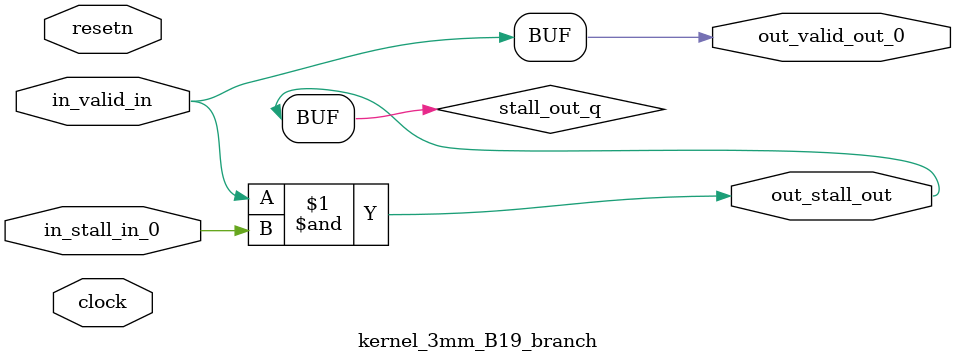
<source format=sv>



(* altera_attribute = "-name AUTO_SHIFT_REGISTER_RECOGNITION OFF; -name MESSAGE_DISABLE 10036; -name MESSAGE_DISABLE 10037; -name MESSAGE_DISABLE 14130; -name MESSAGE_DISABLE 14320; -name MESSAGE_DISABLE 15400; -name MESSAGE_DISABLE 14130; -name MESSAGE_DISABLE 10036; -name MESSAGE_DISABLE 12020; -name MESSAGE_DISABLE 12030; -name MESSAGE_DISABLE 12010; -name MESSAGE_DISABLE 12110; -name MESSAGE_DISABLE 14320; -name MESSAGE_DISABLE 13410; -name MESSAGE_DISABLE 113007; -name MESSAGE_DISABLE 10958" *)
module kernel_3mm_B19_branch (
    input wire [0:0] in_stall_in_0,
    input wire [0:0] in_valid_in,
    output wire [0:0] out_stall_out,
    output wire [0:0] out_valid_out_0,
    input wire clock,
    input wire resetn
    );

    wire [0:0] stall_out_q;


    // stall_out(LOGICAL,6)
    assign stall_out_q = in_valid_in & in_stall_in_0;

    // out_stall_out(GPOUT,4)
    assign out_stall_out = stall_out_q;

    // out_valid_out_0(GPOUT,5)
    assign out_valid_out_0 = in_valid_in;

endmodule

</source>
